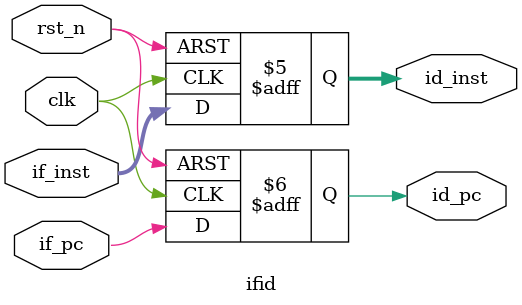
<source format=v>
/*
writtern by Yuyang Zhou, 
for the MIPS32 processor Jahangir pipeline stage1
to temporarily store the extracted instruction and ready to transmit it to next stage
the address bus gets 32 bits, the instruction bus gets 32 bits as well
the rom isnt included in this stage as the instructions may be changed.
it will be connected with the processor by using another top level entity.
*/
module ifid(
    input                   clk,
    input                   rst_n,
    //input signal, the input address and instructions
    input                   if_pc,
    input    [31:0]         if_inst,
    //output signal, output it to next stage
    output   reg            id_pc,
    output   reg  [31:0]    id_inst
);

//===================================================================
always @(posedge clk or negedge rst_n)begin
    if(!rst_n)begin
        id_pc <= 1'b0;
    end
    else begin
        id_pc<= if_pc;
    end
end 
//load the instructions 
always @(posedge clk or negedge rst_n)begin
    if(!rst_n)begin
        id_inst <= 32'h0000_0000;
    end
    else begin
        id_inst <= if_inst;
    end
end

endmodule
</source>
